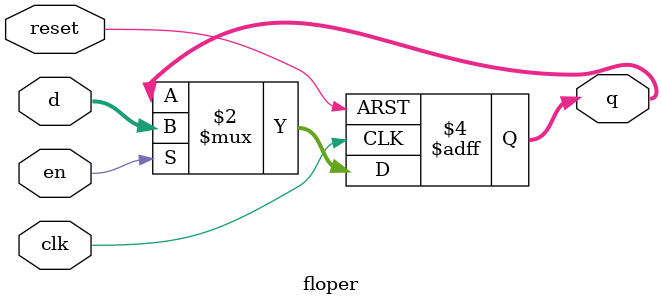
<source format=sv>
module floper #(parameter WIDTH = 8)
(input logic clk, reset, en,
input logic [WIDTH-1:0] d,
output logic [WIDTH-1:0] q);
always_ff @(posedge clk, posedge reset)
if (reset) q <= 0;
else if (en) q <= d;
endmodule

</source>
